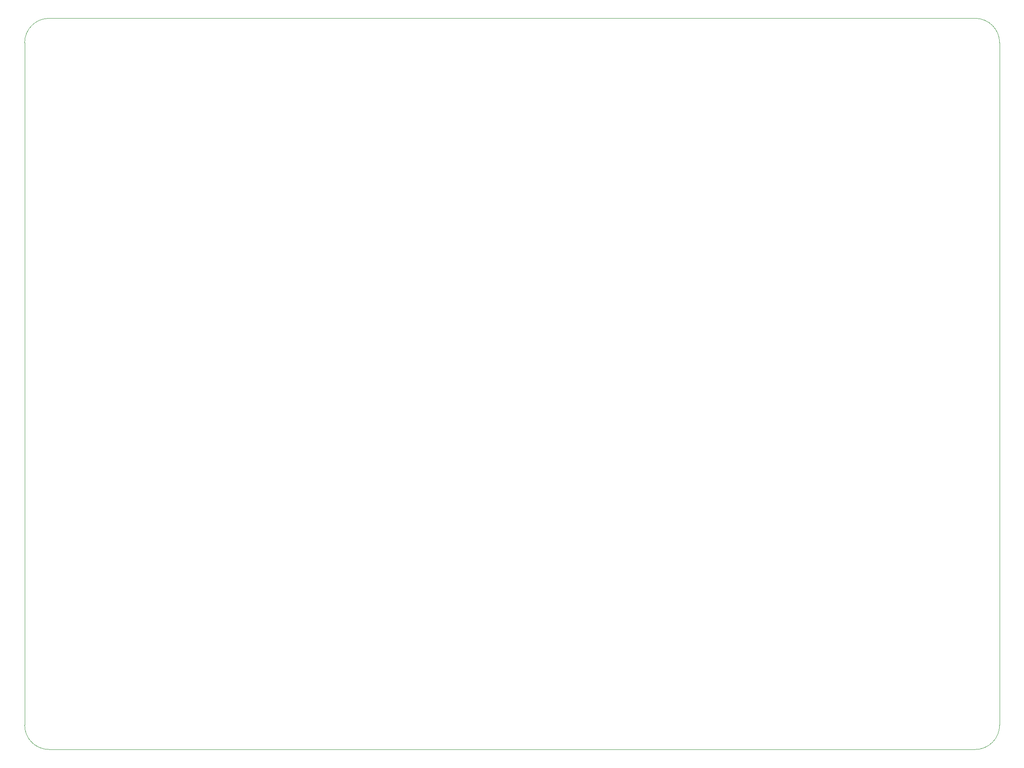
<source format=gbr>
%TF.GenerationSoftware,KiCad,Pcbnew,7.0.7*%
%TF.CreationDate,2024-02-22T12:48:11+00:00*%
%TF.ProjectId,baseBoard_rev0,62617365-426f-4617-9264-5f726576302e,rev?*%
%TF.SameCoordinates,Original*%
%TF.FileFunction,Profile,NP*%
%FSLAX46Y46*%
G04 Gerber Fmt 4.6, Leading zero omitted, Abs format (unit mm)*
G04 Created by KiCad (PCBNEW 7.0.7) date 2024-02-22 12:48:11*
%MOMM*%
%LPD*%
G01*
G04 APERTURE LIST*
%TA.AperFunction,Profile*%
%ADD10C,0.100000*%
%TD*%
G04 APERTURE END LIST*
D10*
X195000000Y-150000000D02*
G75*
G03*
X200000000Y-145000000I0J5000000D01*
G01*
X200000000Y-5000000D02*
G75*
G03*
X195000000Y0I-5000000J0D01*
G01*
X200000000Y-5000000D02*
X200000000Y-145000000D01*
X0Y-145000000D02*
X0Y-5000000D01*
X195000000Y-150000000D02*
X5000000Y-150000000D01*
X5000000Y0D02*
X195000000Y0D01*
X5000000Y0D02*
G75*
G03*
X0Y-5000000I0J-5000000D01*
G01*
X0Y-145000000D02*
G75*
G03*
X5000000Y-150000000I5000000J0D01*
G01*
M02*

</source>
